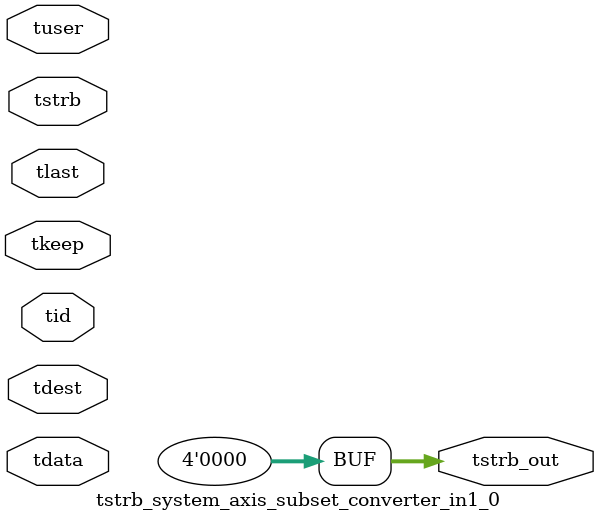
<source format=v>


`timescale 1ps/1ps

module tstrb_system_axis_subset_converter_in1_0 #
(
parameter C_S_AXIS_TDATA_WIDTH = 32,
parameter C_S_AXIS_TUSER_WIDTH = 0,
parameter C_S_AXIS_TID_WIDTH   = 0,
parameter C_S_AXIS_TDEST_WIDTH = 0,
parameter C_M_AXIS_TDATA_WIDTH = 32
)
(
input  [(C_S_AXIS_TDATA_WIDTH == 0 ? 1 : C_S_AXIS_TDATA_WIDTH)-1:0     ] tdata,
input  [(C_S_AXIS_TUSER_WIDTH == 0 ? 1 : C_S_AXIS_TUSER_WIDTH)-1:0     ] tuser,
input  [(C_S_AXIS_TID_WIDTH   == 0 ? 1 : C_S_AXIS_TID_WIDTH)-1:0       ] tid,
input  [(C_S_AXIS_TDEST_WIDTH == 0 ? 1 : C_S_AXIS_TDEST_WIDTH)-1:0     ] tdest,
input  [(C_S_AXIS_TDATA_WIDTH/8)-1:0 ] tkeep,
input  [(C_S_AXIS_TDATA_WIDTH/8)-1:0 ] tstrb,
input                                                                    tlast,
output [(C_M_AXIS_TDATA_WIDTH/8)-1:0 ] tstrb_out
);

assign tstrb_out = {1'b0};

endmodule


</source>
